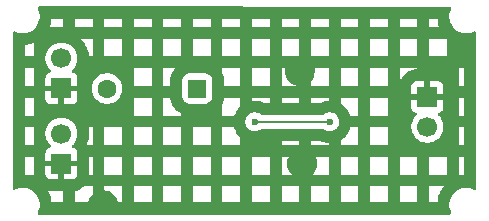
<source format=gbr>
%TF.GenerationSoftware,KiCad,Pcbnew,9.0.2*%
%TF.CreationDate,2025-06-13T22:03:49+05:30*%
%TF.ProjectId,Tiny Solar Supply,54696e79-2053-46f6-9c61-722053757070,rev?*%
%TF.SameCoordinates,Original*%
%TF.FileFunction,Copper,L2,Bot*%
%TF.FilePolarity,Positive*%
%FSLAX46Y46*%
G04 Gerber Fmt 4.6, Leading zero omitted, Abs format (unit mm)*
G04 Created by KiCad (PCBNEW 9.0.2) date 2025-06-13 22:03:49*
%MOMM*%
%LPD*%
G01*
G04 APERTURE LIST*
G04 Aperture macros list*
%AMRoundRect*
0 Rectangle with rounded corners*
0 $1 Rounding radius*
0 $2 $3 $4 $5 $6 $7 $8 $9 X,Y pos of 4 corners*
0 Add a 4 corners polygon primitive as box body*
4,1,4,$2,$3,$4,$5,$6,$7,$8,$9,$2,$3,0*
0 Add four circle primitives for the rounded corners*
1,1,$1+$1,$2,$3*
1,1,$1+$1,$4,$5*
1,1,$1+$1,$6,$7*
1,1,$1+$1,$8,$9*
0 Add four rect primitives between the rounded corners*
20,1,$1+$1,$2,$3,$4,$5,0*
20,1,$1+$1,$4,$5,$6,$7,0*
20,1,$1+$1,$6,$7,$8,$9,0*
20,1,$1+$1,$8,$9,$2,$3,0*%
G04 Aperture macros list end*
%TA.AperFunction,ComponentPad*%
%ADD10R,1.700000X1.700000*%
%TD*%
%TA.AperFunction,ComponentPad*%
%ADD11C,1.700000*%
%TD*%
%TA.AperFunction,ComponentPad*%
%ADD12RoundRect,0.250000X0.550000X0.550000X-0.550000X0.550000X-0.550000X-0.550000X0.550000X-0.550000X0*%
%TD*%
%TA.AperFunction,ComponentPad*%
%ADD13C,1.600000*%
%TD*%
%TA.AperFunction,ViaPad*%
%ADD14C,0.600000*%
%TD*%
%TA.AperFunction,Conductor*%
%ADD15C,0.200000*%
%TD*%
G04 APERTURE END LIST*
D10*
%TO.P,J4,1,Pin_1*%
%TO.N,GNDD*%
X96460000Y-114930000D03*
D11*
%TO.P,J4,2,Pin_2*%
%TO.N,/SOLAR_P*%
X96460000Y-112390000D03*
%TD*%
D10*
%TO.P,J2,1,Pin_1*%
%TO.N,GNDD*%
X96460000Y-121285000D03*
D11*
%TO.P,J2,2,Pin_2*%
%TO.N,/BAT_P*%
X96460000Y-118745000D03*
%TD*%
D10*
%TO.P,J1,1,Pin_1*%
%TO.N,GNDD*%
X127441000Y-115641200D03*
D11*
%TO.P,J1,2,Pin_2*%
%TO.N,/OUT_P*%
X127441000Y-118181200D03*
%TD*%
D12*
%TO.P,J3,1,Pin_1*%
%TO.N,Net-(J3-Pin_1)*%
X107950000Y-114935000D03*
D13*
%TO.P,J3,2,Pin_2*%
%TO.N,/BAT_P*%
X100330000Y-114935000D03*
%TD*%
D14*
%TO.N,GNDD*%
X116840000Y-121285000D03*
X116636800Y-113436400D03*
X99974400Y-124815600D03*
%TO.N,Net-(J3-Pin_1)*%
X112826800Y-117754400D03*
X119176800Y-117754400D03*
%TD*%
D15*
%TO.N,Net-(J3-Pin_1)*%
X119176800Y-117754400D02*
X112826800Y-117754400D01*
%TD*%
%TA.AperFunction,Conductor*%
%TO.N,GNDD*%
G36*
X129355765Y-107992540D02*
G01*
X129422793Y-108012261D01*
X129468519Y-108065090D01*
X129478424Y-108134254D01*
X129466181Y-108172835D01*
X129410297Y-108282512D01*
X129340526Y-108497242D01*
X129340526Y-108497245D01*
X129305206Y-108720249D01*
X129305206Y-108946044D01*
X129340526Y-109169048D01*
X129340526Y-109169051D01*
X129391187Y-109324966D01*
X129410298Y-109383784D01*
X129502846Y-109565417D01*
X129512806Y-109584964D01*
X129645512Y-109767620D01*
X129645516Y-109767625D01*
X129805174Y-109927283D01*
X129805179Y-109927287D01*
X129899805Y-109996036D01*
X129987839Y-110059996D01*
X130189016Y-110162502D01*
X130403752Y-110232274D01*
X130503342Y-110248047D01*
X130626756Y-110267594D01*
X130626760Y-110267594D01*
X130852550Y-110267594D01*
X130939036Y-110253895D01*
X131075554Y-110232274D01*
X131290290Y-110162502D01*
X131399206Y-110107005D01*
X131467873Y-110094109D01*
X131532614Y-110120385D01*
X131572871Y-110177491D01*
X131579500Y-110217490D01*
X131579500Y-123380456D01*
X131559815Y-123447495D01*
X131507011Y-123493250D01*
X131437853Y-123503194D01*
X131399207Y-123490941D01*
X131290290Y-123435445D01*
X131245679Y-123420950D01*
X131075555Y-123365673D01*
X130852550Y-123330353D01*
X130852546Y-123330353D01*
X130626760Y-123330353D01*
X130626756Y-123330353D01*
X130403751Y-123365673D01*
X130403748Y-123365673D01*
X130189018Y-123435444D01*
X129987835Y-123537953D01*
X129805179Y-123670659D01*
X129805174Y-123670663D01*
X129645516Y-123830321D01*
X129645512Y-123830326D01*
X129512806Y-124012982D01*
X129410297Y-124214165D01*
X129340526Y-124428895D01*
X129340526Y-124428898D01*
X129305206Y-124651902D01*
X129305206Y-124877697D01*
X129340526Y-125100701D01*
X129340526Y-125100704D01*
X129410297Y-125315434D01*
X129410298Y-125315437D01*
X129432043Y-125358113D01*
X129466284Y-125425314D01*
X129479180Y-125493983D01*
X129452904Y-125558724D01*
X129395797Y-125598981D01*
X129355799Y-125605609D01*
X94570601Y-125605609D01*
X94503562Y-125585924D01*
X94457807Y-125533120D01*
X94447863Y-125463962D01*
X94460116Y-125425314D01*
X94516102Y-125315437D01*
X94585874Y-125100701D01*
X94612803Y-124930673D01*
X94621194Y-124877697D01*
X94621194Y-124651902D01*
X94597283Y-124500934D01*
X94585874Y-124428899D01*
X94583282Y-124420923D01*
X94555384Y-124335061D01*
X94516102Y-124214163D01*
X94413596Y-124012986D01*
X94388718Y-123978744D01*
X94280887Y-123830326D01*
X94280883Y-123830321D01*
X94121225Y-123670663D01*
X94121220Y-123670659D01*
X94040032Y-123611673D01*
X95329198Y-123611673D01*
X95414222Y-123778539D01*
X95416346Y-123782919D01*
X95428675Y-123809662D01*
X95430626Y-123814122D01*
X95445628Y-123850338D01*
X95447403Y-123854873D01*
X95457601Y-123882515D01*
X95459197Y-123887117D01*
X95541089Y-124139153D01*
X95542503Y-124143815D01*
X95550506Y-124172194D01*
X95551737Y-124176913D01*
X95560885Y-124215031D01*
X95561927Y-124219778D01*
X95567668Y-124248642D01*
X95568523Y-124253434D01*
X95609975Y-124515154D01*
X95610643Y-124519982D01*
X95614106Y-124549250D01*
X95614583Y-124554096D01*
X95614670Y-124555200D01*
X96595810Y-124555200D01*
X96595810Y-123633000D01*
X96509454Y-123633000D01*
X96462000Y-123623561D01*
X96460000Y-123622732D01*
X96458000Y-123623561D01*
X96410546Y-123633000D01*
X95548823Y-123633000D01*
X95545509Y-123632956D01*
X95525461Y-123632420D01*
X95522145Y-123632287D01*
X95495458Y-123630858D01*
X95492144Y-123630636D01*
X95472095Y-123629023D01*
X95468783Y-123628711D01*
X95364931Y-123617545D01*
X95357262Y-123616478D01*
X95329198Y-123611673D01*
X94040032Y-123611673D01*
X94039323Y-123611158D01*
X97593810Y-123611158D01*
X97593810Y-124555200D01*
X98725763Y-124555200D01*
X98730244Y-124526910D01*
X98734786Y-124507990D01*
X98790722Y-124335835D01*
X98798168Y-124317858D01*
X98880347Y-124156574D01*
X98890514Y-124139984D01*
X98996911Y-123993540D01*
X99009548Y-123978744D01*
X99095810Y-123892482D01*
X99095810Y-123544632D01*
X100093810Y-123544632D01*
X100263090Y-123571444D01*
X100282010Y-123575986D01*
X100454165Y-123631922D01*
X100472142Y-123639368D01*
X100633426Y-123721547D01*
X100650016Y-123731714D01*
X100796460Y-123838111D01*
X100811256Y-123850748D01*
X100939252Y-123978744D01*
X100951889Y-123993540D01*
X101058286Y-124139984D01*
X101068453Y-124156574D01*
X101150632Y-124317858D01*
X101158078Y-124335835D01*
X101214014Y-124507990D01*
X101218556Y-124526910D01*
X101223037Y-124555200D01*
X101595810Y-124555200D01*
X102593810Y-124555200D01*
X104095810Y-124555200D01*
X105093810Y-124555200D01*
X106595810Y-124555200D01*
X107593810Y-124555200D01*
X109095810Y-124555200D01*
X110093810Y-124555200D01*
X111595810Y-124555200D01*
X112593810Y-124555200D01*
X114095810Y-124555200D01*
X115093810Y-124555200D01*
X116595810Y-124555200D01*
X117593810Y-124555200D01*
X119095810Y-124555200D01*
X120093810Y-124555200D01*
X121595810Y-124555200D01*
X122593810Y-124555200D01*
X124095810Y-124555200D01*
X125093810Y-124555200D01*
X126595810Y-124555200D01*
X127593810Y-124555200D01*
X128311730Y-124555200D01*
X128311817Y-124554096D01*
X128312294Y-124549250D01*
X128315757Y-124519982D01*
X128316425Y-124515154D01*
X128357877Y-124253434D01*
X128358732Y-124248642D01*
X128364473Y-124219778D01*
X128365515Y-124215031D01*
X128374663Y-124176913D01*
X128375894Y-124172194D01*
X128383897Y-124143815D01*
X128385311Y-124139153D01*
X128467203Y-123887117D01*
X128468799Y-123882515D01*
X128478997Y-123854873D01*
X128480772Y-123850338D01*
X128495774Y-123814122D01*
X128497725Y-123809662D01*
X128510054Y-123782919D01*
X128512178Y-123778539D01*
X128632477Y-123542441D01*
X128634772Y-123538148D01*
X128649162Y-123512452D01*
X128651624Y-123508252D01*
X128672105Y-123474829D01*
X128674731Y-123470726D01*
X128691098Y-123446231D01*
X128693882Y-123442237D01*
X128849648Y-123227842D01*
X128852590Y-123223955D01*
X128854557Y-123221460D01*
X127593810Y-123221460D01*
X127593810Y-124555200D01*
X126595810Y-124555200D01*
X126595810Y-123221460D01*
X125093810Y-123221460D01*
X125093810Y-124555200D01*
X124095810Y-124555200D01*
X124095810Y-123221460D01*
X122593810Y-123221460D01*
X122593810Y-124555200D01*
X121595810Y-124555200D01*
X121595810Y-123221460D01*
X120093810Y-123221460D01*
X120093810Y-124555200D01*
X119095810Y-124555200D01*
X119095810Y-123221460D01*
X117593810Y-123221460D01*
X117593810Y-124555200D01*
X116595810Y-124555200D01*
X116595810Y-123221460D01*
X115093810Y-123221460D01*
X115093810Y-124555200D01*
X114095810Y-124555200D01*
X114095810Y-123221460D01*
X112593810Y-123221460D01*
X112593810Y-124555200D01*
X111595810Y-124555200D01*
X111595810Y-123221460D01*
X110093810Y-123221460D01*
X110093810Y-124555200D01*
X109095810Y-124555200D01*
X109095810Y-123221460D01*
X107593810Y-123221460D01*
X107593810Y-124555200D01*
X106595810Y-124555200D01*
X106595810Y-123221460D01*
X105093810Y-123221460D01*
X105093810Y-124555200D01*
X104095810Y-124555200D01*
X104095810Y-123221460D01*
X102593810Y-123221460D01*
X102593810Y-124555200D01*
X101595810Y-124555200D01*
X101595810Y-123221460D01*
X100093810Y-123221460D01*
X100093810Y-123544632D01*
X99095810Y-123544632D01*
X99095810Y-123221460D01*
X98349303Y-123221460D01*
X98347671Y-123223092D01*
X98341192Y-123229124D01*
X98300707Y-123264204D01*
X98293816Y-123269757D01*
X98121632Y-123398655D01*
X98114362Y-123403703D01*
X98069295Y-123432667D01*
X98061681Y-123437185D01*
X97999091Y-123471362D01*
X97991177Y-123475323D01*
X97942441Y-123497581D01*
X97934261Y-123500970D01*
X97736904Y-123574579D01*
X97729564Y-123577058D01*
X97684695Y-123590668D01*
X97677212Y-123592685D01*
X97616501Y-123607028D01*
X97608916Y-123608572D01*
X97593810Y-123611158D01*
X94039323Y-123611158D01*
X93938564Y-123537953D01*
X93938563Y-123537952D01*
X93938561Y-123537951D01*
X93737384Y-123435445D01*
X93692773Y-123420950D01*
X93522649Y-123365673D01*
X93299644Y-123330353D01*
X93299640Y-123330353D01*
X93073854Y-123330353D01*
X93073850Y-123330353D01*
X92850845Y-123365673D01*
X92850842Y-123365673D01*
X92636112Y-123435444D01*
X92636110Y-123435444D01*
X92636110Y-123435445D01*
X92558816Y-123474829D01*
X92526221Y-123491437D01*
X92457552Y-123504333D01*
X92392811Y-123478057D01*
X92352554Y-123420950D01*
X92345926Y-123380953D01*
X92345925Y-123221460D01*
X92345916Y-122223460D01*
X93376800Y-122223460D01*
X94095810Y-122223460D01*
X94095810Y-120721460D01*
X93376800Y-120721460D01*
X93376800Y-122223460D01*
X92345916Y-122223460D01*
X92345894Y-119723460D01*
X93376800Y-119723460D01*
X94095810Y-119723460D01*
X94095810Y-118638713D01*
X95109500Y-118638713D01*
X95109500Y-118851287D01*
X95142754Y-119061243D01*
X95185364Y-119192383D01*
X95208444Y-119263414D01*
X95304951Y-119452820D01*
X95429890Y-119624786D01*
X95543818Y-119738714D01*
X95577303Y-119800037D01*
X95572319Y-119869729D01*
X95530447Y-119925662D01*
X95499471Y-119942577D01*
X95367912Y-119991646D01*
X95367906Y-119991649D01*
X95252812Y-120077809D01*
X95252809Y-120077812D01*
X95166649Y-120192906D01*
X95166645Y-120192913D01*
X95116403Y-120327620D01*
X95116401Y-120327627D01*
X95110000Y-120387155D01*
X95110000Y-121035000D01*
X96026988Y-121035000D01*
X95994075Y-121092007D01*
X95960000Y-121219174D01*
X95960000Y-121350826D01*
X95994075Y-121477993D01*
X96026988Y-121535000D01*
X95110000Y-121535000D01*
X95110000Y-122182844D01*
X95116401Y-122242372D01*
X95116403Y-122242379D01*
X95166645Y-122377086D01*
X95166649Y-122377093D01*
X95252809Y-122492187D01*
X95252812Y-122492190D01*
X95367906Y-122578350D01*
X95367913Y-122578354D01*
X95502620Y-122628596D01*
X95502627Y-122628598D01*
X95562155Y-122634999D01*
X95562172Y-122635000D01*
X96210000Y-122635000D01*
X96210000Y-121718012D01*
X96267007Y-121750925D01*
X96394174Y-121785000D01*
X96525826Y-121785000D01*
X96652993Y-121750925D01*
X96710000Y-121718012D01*
X96710000Y-122635000D01*
X97357828Y-122635000D01*
X97357844Y-122634999D01*
X97417372Y-122628598D01*
X97417379Y-122628596D01*
X97552086Y-122578354D01*
X97552093Y-122578350D01*
X97667187Y-122492190D01*
X97667190Y-122492187D01*
X97753350Y-122377093D01*
X97753354Y-122377086D01*
X97803596Y-122242379D01*
X97803598Y-122242372D01*
X97809999Y-122182844D01*
X97810000Y-122182827D01*
X97810000Y-121535000D01*
X96893012Y-121535000D01*
X96925925Y-121477993D01*
X96960000Y-121350826D01*
X96960000Y-121285000D01*
X98797732Y-121285000D01*
X98798561Y-121287000D01*
X98808000Y-121334454D01*
X98808000Y-122196177D01*
X98807956Y-122199491D01*
X98807420Y-122219539D01*
X98807287Y-122222855D01*
X98807255Y-122223460D01*
X99095810Y-122223460D01*
X100093810Y-122223460D01*
X101595810Y-122223460D01*
X102593810Y-122223460D01*
X104095810Y-122223460D01*
X105093810Y-122223460D01*
X106595810Y-122223460D01*
X107593810Y-122223460D01*
X109095810Y-122223460D01*
X110093810Y-122223460D01*
X111595810Y-122223460D01*
X112593810Y-122223460D01*
X114095810Y-122223460D01*
X115093810Y-122223460D01*
X115976752Y-122223460D01*
X117703248Y-122223460D01*
X119095810Y-122223460D01*
X120093810Y-122223460D01*
X121595810Y-122223460D01*
X122593810Y-122223460D01*
X124095810Y-122223460D01*
X125093810Y-122223460D01*
X126595810Y-122223460D01*
X127593810Y-122223460D01*
X129095810Y-122223460D01*
X130093810Y-122223460D01*
X130549600Y-122223460D01*
X130549600Y-120721460D01*
X130093810Y-120721460D01*
X130093810Y-122223460D01*
X129095810Y-122223460D01*
X129095810Y-120721460D01*
X127593810Y-120721460D01*
X127593810Y-122223460D01*
X126595810Y-122223460D01*
X126595810Y-120721460D01*
X125093810Y-120721460D01*
X125093810Y-122223460D01*
X124095810Y-122223460D01*
X124095810Y-120721460D01*
X122593810Y-120721460D01*
X122593810Y-122223460D01*
X121595810Y-122223460D01*
X121595810Y-120721460D01*
X120093810Y-120721460D01*
X120093810Y-122223460D01*
X119095810Y-122223460D01*
X119095810Y-120721460D01*
X117982706Y-120721460D01*
X118016232Y-120787258D01*
X118023678Y-120805235D01*
X118079614Y-120977390D01*
X118084156Y-120996310D01*
X118112473Y-121175095D01*
X118114000Y-121194493D01*
X118114000Y-121375507D01*
X118112473Y-121394905D01*
X118084156Y-121573690D01*
X118079614Y-121592610D01*
X118023678Y-121764765D01*
X118016232Y-121782742D01*
X117934053Y-121944026D01*
X117923886Y-121960616D01*
X117817489Y-122107060D01*
X117804852Y-122121856D01*
X117703248Y-122223460D01*
X115976752Y-122223460D01*
X115875148Y-122121856D01*
X115862511Y-122107060D01*
X115756114Y-121960616D01*
X115745947Y-121944026D01*
X115663768Y-121782742D01*
X115656322Y-121764765D01*
X115600386Y-121592610D01*
X115595844Y-121573690D01*
X115567527Y-121394905D01*
X115566000Y-121375507D01*
X115566000Y-121194493D01*
X115567527Y-121175095D01*
X115595844Y-120996310D01*
X115600386Y-120977390D01*
X115656322Y-120805235D01*
X115663768Y-120787258D01*
X115697294Y-120721460D01*
X115093810Y-120721460D01*
X115093810Y-122223460D01*
X114095810Y-122223460D01*
X114095810Y-120721460D01*
X112593810Y-120721460D01*
X112593810Y-122223460D01*
X111595810Y-122223460D01*
X111595810Y-120721460D01*
X110093810Y-120721460D01*
X110093810Y-122223460D01*
X109095810Y-122223460D01*
X109095810Y-120721460D01*
X107593810Y-120721460D01*
X107593810Y-122223460D01*
X106595810Y-122223460D01*
X106595810Y-120721460D01*
X105093810Y-120721460D01*
X105093810Y-122223460D01*
X104095810Y-122223460D01*
X104095810Y-120721460D01*
X102593810Y-120721460D01*
X102593810Y-122223460D01*
X101595810Y-122223460D01*
X101595810Y-120721460D01*
X100093810Y-120721460D01*
X100093810Y-122223460D01*
X99095810Y-122223460D01*
X99095810Y-120721460D01*
X98808000Y-120721460D01*
X98808000Y-121235546D01*
X98798561Y-121283000D01*
X98797732Y-121285000D01*
X96960000Y-121285000D01*
X96960000Y-121219174D01*
X96925925Y-121092007D01*
X96893012Y-121035000D01*
X97810000Y-121035000D01*
X97810000Y-120387172D01*
X97809999Y-120387155D01*
X97803598Y-120327627D01*
X97803596Y-120327620D01*
X97753354Y-120192913D01*
X97753350Y-120192906D01*
X97667190Y-120077812D01*
X97667187Y-120077809D01*
X97552093Y-119991649D01*
X97552088Y-119991646D01*
X97420528Y-119942577D01*
X97364595Y-119900705D01*
X97340178Y-119835241D01*
X97355030Y-119766968D01*
X97376175Y-119738720D01*
X97426767Y-119688128D01*
X98614811Y-119688128D01*
X98634104Y-119723460D01*
X99095810Y-119723460D01*
X100093810Y-119723460D01*
X101595810Y-119723460D01*
X102593810Y-119723460D01*
X104095810Y-119723460D01*
X105093810Y-119723460D01*
X106595810Y-119723460D01*
X107593810Y-119723460D01*
X109095810Y-119723460D01*
X110093810Y-119723460D01*
X111595810Y-119723460D01*
X115093810Y-119723460D01*
X116595810Y-119723460D01*
X117593810Y-119723460D01*
X119095810Y-119723460D01*
X119095810Y-119552900D01*
X119073458Y-119552900D01*
X119067375Y-119552751D01*
X119030603Y-119550945D01*
X119024533Y-119550497D01*
X118975761Y-119545694D01*
X118969720Y-119544949D01*
X118933289Y-119539545D01*
X118927292Y-119538504D01*
X118724565Y-119498179D01*
X118718623Y-119496845D01*
X118682897Y-119487895D01*
X118677033Y-119486272D01*
X118630138Y-119472046D01*
X118624360Y-119470137D01*
X118589699Y-119457735D01*
X118584022Y-119455545D01*
X118393072Y-119376452D01*
X118387508Y-119373986D01*
X118354226Y-119358245D01*
X118348791Y-119355509D01*
X118343910Y-119352900D01*
X117593810Y-119352900D01*
X117593810Y-119723460D01*
X116595810Y-119723460D01*
X116595810Y-119352900D01*
X115093810Y-119352900D01*
X115093810Y-119723460D01*
X111595810Y-119723460D01*
X111595810Y-119304712D01*
X120093810Y-119304712D01*
X120093810Y-119723460D01*
X121595810Y-119723460D01*
X122593810Y-119723460D01*
X124095810Y-119723460D01*
X130093810Y-119723460D01*
X130549600Y-119723460D01*
X130549600Y-118221460D01*
X130093810Y-118221460D01*
X130093810Y-119723460D01*
X124095810Y-119723460D01*
X124095810Y-118221460D01*
X122593810Y-118221460D01*
X122593810Y-119723460D01*
X121595810Y-119723460D01*
X121595810Y-118221460D01*
X120917020Y-118221460D01*
X120910295Y-118248303D01*
X120908672Y-118254167D01*
X120894446Y-118301062D01*
X120892537Y-118306840D01*
X120880135Y-118341501D01*
X120877945Y-118347178D01*
X120798852Y-118538128D01*
X120796386Y-118543692D01*
X120780645Y-118576974D01*
X120777909Y-118582409D01*
X120754808Y-118625630D01*
X120751809Y-118630925D01*
X120732874Y-118662518D01*
X120729616Y-118667663D01*
X120614783Y-118839522D01*
X120611278Y-118844498D01*
X120589345Y-118874071D01*
X120585601Y-118878869D01*
X120554512Y-118916751D01*
X120550538Y-118921358D01*
X120525807Y-118948645D01*
X120521609Y-118953054D01*
X120375454Y-119099209D01*
X120371045Y-119103407D01*
X120343758Y-119128138D01*
X120339151Y-119132112D01*
X120301269Y-119163201D01*
X120296471Y-119166945D01*
X120266898Y-119188878D01*
X120261922Y-119192383D01*
X120093810Y-119304712D01*
X111595810Y-119304712D01*
X111595810Y-119066873D01*
X111481991Y-118953054D01*
X111477793Y-118948645D01*
X111453062Y-118921358D01*
X111449088Y-118916751D01*
X111417999Y-118878869D01*
X111414255Y-118874071D01*
X111392322Y-118844498D01*
X111388817Y-118839522D01*
X111273984Y-118667663D01*
X111270726Y-118662518D01*
X111251791Y-118630925D01*
X111248792Y-118625630D01*
X111225691Y-118582409D01*
X111222955Y-118576974D01*
X111207214Y-118543692D01*
X111204748Y-118538128D01*
X111125655Y-118347178D01*
X111123465Y-118341501D01*
X111111063Y-118306840D01*
X111109154Y-118301062D01*
X111094928Y-118254167D01*
X111093305Y-118248303D01*
X111086580Y-118221460D01*
X110093810Y-118221460D01*
X110093810Y-119723460D01*
X109095810Y-119723460D01*
X109095810Y-118221460D01*
X107593810Y-118221460D01*
X107593810Y-119723460D01*
X106595810Y-119723460D01*
X106595810Y-118221460D01*
X105093810Y-118221460D01*
X105093810Y-119723460D01*
X104095810Y-119723460D01*
X104095810Y-118221460D01*
X102593810Y-118221460D01*
X102593810Y-119723460D01*
X101595810Y-119723460D01*
X101595810Y-118221460D01*
X100093810Y-118221460D01*
X100093810Y-119723460D01*
X99095810Y-119723460D01*
X99095810Y-118221460D01*
X98753662Y-118221460D01*
X98759036Y-118248477D01*
X98759892Y-118253272D01*
X98799277Y-118501941D01*
X98799944Y-118506764D01*
X98803404Y-118535997D01*
X98803881Y-118540835D01*
X98806959Y-118579914D01*
X98807246Y-118584779D01*
X98808404Y-118614231D01*
X98808500Y-118619103D01*
X98808500Y-118870897D01*
X98808404Y-118875769D01*
X98807246Y-118905221D01*
X98806959Y-118910086D01*
X98803881Y-118949165D01*
X98803404Y-118954003D01*
X98799944Y-118983236D01*
X98799277Y-118988059D01*
X98759892Y-119236728D01*
X98759036Y-119241523D01*
X98753287Y-119270423D01*
X98752242Y-119275183D01*
X98743089Y-119313300D01*
X98741862Y-119318005D01*
X98733869Y-119346347D01*
X98732455Y-119351007D01*
X98654658Y-119590440D01*
X98653064Y-119595037D01*
X98642879Y-119622647D01*
X98641107Y-119627175D01*
X98626109Y-119663392D01*
X98624154Y-119667861D01*
X98614811Y-119688128D01*
X97426767Y-119688128D01*
X97490104Y-119624792D01*
X97491663Y-119622647D01*
X97615048Y-119452820D01*
X97615047Y-119452820D01*
X97615051Y-119452816D01*
X97711557Y-119263412D01*
X97777246Y-119061243D01*
X97810500Y-118851287D01*
X97810500Y-118638713D01*
X97777246Y-118428757D01*
X97711557Y-118226588D01*
X97615051Y-118037184D01*
X97615049Y-118037181D01*
X97615048Y-118037179D01*
X97490109Y-117865213D01*
X97339786Y-117714890D01*
X97285643Y-117675553D01*
X112026300Y-117675553D01*
X112026300Y-117833246D01*
X112057061Y-117987889D01*
X112057064Y-117987901D01*
X112117402Y-118133572D01*
X112117409Y-118133585D01*
X112205010Y-118264688D01*
X112205013Y-118264692D01*
X112316507Y-118376186D01*
X112316511Y-118376189D01*
X112447614Y-118463790D01*
X112447627Y-118463797D01*
X112593298Y-118524135D01*
X112593303Y-118524137D01*
X112747953Y-118554899D01*
X112747956Y-118554900D01*
X112747958Y-118554900D01*
X112905644Y-118554900D01*
X112905645Y-118554899D01*
X113060297Y-118524137D01*
X113205979Y-118463794D01*
X113258416Y-118428757D01*
X113337675Y-118375798D01*
X113404353Y-118354920D01*
X113406566Y-118354900D01*
X118597034Y-118354900D01*
X118664073Y-118374585D01*
X118665925Y-118375798D01*
X118797614Y-118463790D01*
X118797627Y-118463797D01*
X118943298Y-118524135D01*
X118943303Y-118524137D01*
X119097953Y-118554899D01*
X119097956Y-118554900D01*
X119097958Y-118554900D01*
X119255644Y-118554900D01*
X119255645Y-118554899D01*
X119410297Y-118524137D01*
X119555979Y-118463794D01*
X119687089Y-118376189D01*
X119798589Y-118264689D01*
X119886194Y-118133579D01*
X119910494Y-118074913D01*
X126090500Y-118074913D01*
X126090500Y-118287486D01*
X126112875Y-118428760D01*
X126123754Y-118497443D01*
X126177390Y-118662518D01*
X126189444Y-118699614D01*
X126285951Y-118889020D01*
X126410890Y-119060986D01*
X126561213Y-119211309D01*
X126733179Y-119336248D01*
X126733181Y-119336249D01*
X126733184Y-119336251D01*
X126922588Y-119432757D01*
X127124757Y-119498446D01*
X127334713Y-119531700D01*
X127334714Y-119531700D01*
X127547286Y-119531700D01*
X127547287Y-119531700D01*
X127757243Y-119498446D01*
X127959412Y-119432757D01*
X128148816Y-119336251D01*
X128192226Y-119304712D01*
X128320786Y-119211309D01*
X128320788Y-119211306D01*
X128320792Y-119211304D01*
X128471104Y-119060992D01*
X128471106Y-119060988D01*
X128471109Y-119060986D01*
X128596048Y-118889020D01*
X128596047Y-118889020D01*
X128596051Y-118889016D01*
X128692557Y-118699612D01*
X128758246Y-118497443D01*
X128791500Y-118287487D01*
X128791500Y-118074913D01*
X128758246Y-117864957D01*
X128692557Y-117662788D01*
X128596051Y-117473384D01*
X128596049Y-117473381D01*
X128596048Y-117473379D01*
X128471109Y-117301413D01*
X128393156Y-117223460D01*
X130093810Y-117223460D01*
X130549600Y-117223460D01*
X130549600Y-115721460D01*
X130093810Y-115721460D01*
X130093810Y-117223460D01*
X128393156Y-117223460D01*
X128357181Y-117187485D01*
X128323696Y-117126162D01*
X128328680Y-117056470D01*
X128370552Y-117000537D01*
X128401529Y-116983622D01*
X128533086Y-116934554D01*
X128533093Y-116934550D01*
X128648187Y-116848390D01*
X128648190Y-116848387D01*
X128734350Y-116733293D01*
X128734354Y-116733286D01*
X128784596Y-116598579D01*
X128784598Y-116598572D01*
X128790999Y-116539044D01*
X128791000Y-116539027D01*
X128791000Y-115891200D01*
X127874012Y-115891200D01*
X127906925Y-115834193D01*
X127941000Y-115707026D01*
X127941000Y-115575374D01*
X127906925Y-115448207D01*
X127874012Y-115391200D01*
X128791000Y-115391200D01*
X128791000Y-114743372D01*
X128790999Y-114743355D01*
X128788860Y-114723460D01*
X130093810Y-114723460D01*
X130549600Y-114723460D01*
X130549600Y-113221460D01*
X130093810Y-113221460D01*
X130093810Y-114723460D01*
X128788860Y-114723460D01*
X128784598Y-114683827D01*
X128784596Y-114683820D01*
X128734354Y-114549113D01*
X128734350Y-114549106D01*
X128648190Y-114434012D01*
X128648187Y-114434009D01*
X128533093Y-114347849D01*
X128533086Y-114347845D01*
X128398379Y-114297603D01*
X128398372Y-114297601D01*
X128338844Y-114291200D01*
X127691000Y-114291200D01*
X127691000Y-115208188D01*
X127633993Y-115175275D01*
X127506826Y-115141200D01*
X127375174Y-115141200D01*
X127248007Y-115175275D01*
X127191000Y-115208188D01*
X127191000Y-114291200D01*
X126543155Y-114291200D01*
X126483627Y-114297601D01*
X126483620Y-114297603D01*
X126348913Y-114347845D01*
X126348906Y-114347849D01*
X126233812Y-114434009D01*
X126233809Y-114434012D01*
X126147649Y-114549106D01*
X126147645Y-114549113D01*
X126097403Y-114683820D01*
X126097401Y-114683827D01*
X126091000Y-114743355D01*
X126091000Y-115391200D01*
X127007988Y-115391200D01*
X126975075Y-115448207D01*
X126941000Y-115575374D01*
X126941000Y-115707026D01*
X126975075Y-115834193D01*
X127007988Y-115891200D01*
X126091000Y-115891200D01*
X126091000Y-116539044D01*
X126097401Y-116598572D01*
X126097403Y-116598579D01*
X126147645Y-116733286D01*
X126147649Y-116733293D01*
X126233809Y-116848387D01*
X126233812Y-116848390D01*
X126348906Y-116934550D01*
X126348913Y-116934554D01*
X126480470Y-116983622D01*
X126536404Y-117025493D01*
X126560821Y-117090958D01*
X126545969Y-117159231D01*
X126524819Y-117187485D01*
X126410889Y-117301415D01*
X126285951Y-117473379D01*
X126189444Y-117662785D01*
X126123753Y-117864960D01*
X126090500Y-118074913D01*
X119910494Y-118074913D01*
X119946537Y-117987897D01*
X119977300Y-117833242D01*
X119977300Y-117675558D01*
X119977300Y-117675555D01*
X119977299Y-117675553D01*
X119974759Y-117662785D01*
X119946537Y-117520903D01*
X119907954Y-117427754D01*
X119886197Y-117375227D01*
X119886190Y-117375214D01*
X119798589Y-117244111D01*
X119798586Y-117244107D01*
X119687092Y-117132613D01*
X119687088Y-117132610D01*
X119555985Y-117045009D01*
X119555972Y-117045002D01*
X119410301Y-116984664D01*
X119410289Y-116984661D01*
X119255645Y-116953900D01*
X119255642Y-116953900D01*
X119097958Y-116953900D01*
X119097955Y-116953900D01*
X118943310Y-116984661D01*
X118943298Y-116984664D01*
X118797627Y-117045002D01*
X118797614Y-117045009D01*
X118665925Y-117133002D01*
X118599247Y-117153880D01*
X118597034Y-117153900D01*
X113406566Y-117153900D01*
X113339527Y-117134215D01*
X113337675Y-117133002D01*
X113205985Y-117045009D01*
X113205972Y-117045002D01*
X113060301Y-116984664D01*
X113060289Y-116984661D01*
X112905645Y-116953900D01*
X112905642Y-116953900D01*
X112747958Y-116953900D01*
X112747955Y-116953900D01*
X112593310Y-116984661D01*
X112593298Y-116984664D01*
X112447627Y-117045002D01*
X112447614Y-117045009D01*
X112316511Y-117132610D01*
X112316507Y-117132613D01*
X112205013Y-117244107D01*
X112205010Y-117244111D01*
X112117409Y-117375214D01*
X112117402Y-117375227D01*
X112057064Y-117520898D01*
X112057061Y-117520910D01*
X112026300Y-117675553D01*
X97285643Y-117675553D01*
X97167820Y-117589951D01*
X96978414Y-117493444D01*
X96978413Y-117493443D01*
X96978412Y-117493443D01*
X96776243Y-117427754D01*
X96776241Y-117427753D01*
X96776240Y-117427753D01*
X96614957Y-117402208D01*
X96566287Y-117394500D01*
X96353713Y-117394500D01*
X96305042Y-117402208D01*
X96143760Y-117427753D01*
X95941585Y-117493444D01*
X95752179Y-117589951D01*
X95580213Y-117714890D01*
X95429890Y-117865213D01*
X95304951Y-118037179D01*
X95208444Y-118226585D01*
X95142753Y-118428760D01*
X95109500Y-118638713D01*
X94095810Y-118638713D01*
X94095810Y-118221460D01*
X93376800Y-118221460D01*
X93376800Y-119723460D01*
X92345894Y-119723460D01*
X92345872Y-117223460D01*
X93376800Y-117223460D01*
X94095810Y-117223460D01*
X102593810Y-117223460D01*
X104095810Y-117223460D01*
X105093810Y-117223460D01*
X106595810Y-117223460D01*
X106595810Y-117042452D01*
X106587715Y-117038088D01*
X106581468Y-117034481D01*
X106382697Y-116911879D01*
X106376667Y-116907913D01*
X106340907Y-116882872D01*
X106335123Y-116878566D01*
X106289556Y-116842536D01*
X106284029Y-116837898D01*
X106251431Y-116808887D01*
X106246187Y-116803939D01*
X106081061Y-116638813D01*
X106076113Y-116633569D01*
X106047102Y-116600971D01*
X106042464Y-116595444D01*
X106006434Y-116549877D01*
X106002128Y-116544093D01*
X105977087Y-116508333D01*
X105973121Y-116502303D01*
X105850519Y-116303532D01*
X105846912Y-116297285D01*
X105826194Y-116258860D01*
X105822956Y-116252413D01*
X105798409Y-116199768D01*
X105795553Y-116193146D01*
X105779444Y-116152596D01*
X105776978Y-116145820D01*
X105704091Y-115925863D01*
X105702139Y-115919386D01*
X105691401Y-115879884D01*
X105689805Y-115873309D01*
X105678407Y-115820055D01*
X105677173Y-115813411D01*
X105670804Y-115773006D01*
X105669934Y-115766299D01*
X105665354Y-115721460D01*
X105093810Y-115721460D01*
X105093810Y-117223460D01*
X104095810Y-117223460D01*
X104095810Y-115721460D01*
X102593810Y-115721460D01*
X102593810Y-117223460D01*
X94095810Y-117223460D01*
X94095810Y-115721460D01*
X93376800Y-115721460D01*
X93376800Y-117223460D01*
X92345872Y-117223460D01*
X92345850Y-114723460D01*
X93376800Y-114723460D01*
X94095810Y-114723460D01*
X94095810Y-113221460D01*
X93376800Y-113221460D01*
X93376800Y-114723460D01*
X92345850Y-114723460D01*
X92345828Y-112283713D01*
X95109500Y-112283713D01*
X95109500Y-112496286D01*
X95142753Y-112706239D01*
X95208444Y-112908414D01*
X95304951Y-113097820D01*
X95429890Y-113269786D01*
X95543818Y-113383714D01*
X95577303Y-113445037D01*
X95572319Y-113514729D01*
X95530447Y-113570662D01*
X95499471Y-113587577D01*
X95367912Y-113636646D01*
X95367906Y-113636649D01*
X95252812Y-113722809D01*
X95252809Y-113722812D01*
X95166649Y-113837906D01*
X95166645Y-113837913D01*
X95116403Y-113972620D01*
X95116401Y-113972627D01*
X95110000Y-114032155D01*
X95110000Y-114680000D01*
X96026988Y-114680000D01*
X95994075Y-114737007D01*
X95960000Y-114864174D01*
X95960000Y-114995826D01*
X95994075Y-115122993D01*
X96026988Y-115180000D01*
X95110000Y-115180000D01*
X95110000Y-115827844D01*
X95116401Y-115887372D01*
X95116403Y-115887379D01*
X95166645Y-116022086D01*
X95166649Y-116022093D01*
X95252809Y-116137187D01*
X95252812Y-116137190D01*
X95367906Y-116223350D01*
X95367913Y-116223354D01*
X95502620Y-116273596D01*
X95502627Y-116273598D01*
X95562155Y-116279999D01*
X95562172Y-116280000D01*
X96210000Y-116280000D01*
X96210000Y-115363012D01*
X96267007Y-115395925D01*
X96394174Y-115430000D01*
X96525826Y-115430000D01*
X96652993Y-115395925D01*
X96710000Y-115363012D01*
X96710000Y-116280000D01*
X97357828Y-116280000D01*
X97357844Y-116279999D01*
X97417372Y-116273598D01*
X97417379Y-116273596D01*
X97552086Y-116223354D01*
X97552093Y-116223350D01*
X97667187Y-116137190D01*
X97667190Y-116137187D01*
X97753350Y-116022093D01*
X97753354Y-116022086D01*
X97803596Y-115887379D01*
X97803598Y-115887372D01*
X97809999Y-115827844D01*
X97810000Y-115827827D01*
X97810000Y-115180000D01*
X96893012Y-115180000D01*
X96925925Y-115122993D01*
X96960000Y-114995826D01*
X96960000Y-114864174D01*
X96951552Y-114832648D01*
X99029500Y-114832648D01*
X99029500Y-115037351D01*
X99061522Y-115239534D01*
X99124781Y-115434223D01*
X99217715Y-115616613D01*
X99338028Y-115782213D01*
X99482786Y-115926971D01*
X99613713Y-116022093D01*
X99648390Y-116047287D01*
X99764607Y-116106503D01*
X99830776Y-116140218D01*
X99830778Y-116140218D01*
X99830781Y-116140220D01*
X99921856Y-116169812D01*
X100025465Y-116203477D01*
X100107398Y-116216454D01*
X100227648Y-116235500D01*
X100227649Y-116235500D01*
X100432351Y-116235500D01*
X100432352Y-116235500D01*
X100634534Y-116203477D01*
X100829219Y-116140220D01*
X101011610Y-116047287D01*
X101134704Y-115957855D01*
X101177213Y-115926971D01*
X101177215Y-115926968D01*
X101177219Y-115926966D01*
X101321966Y-115782219D01*
X101321968Y-115782215D01*
X101321971Y-115782213D01*
X101426892Y-115637799D01*
X101442287Y-115616610D01*
X101535220Y-115434219D01*
X101598477Y-115239534D01*
X101630500Y-115037352D01*
X101630500Y-114832648D01*
X101598477Y-114630466D01*
X101592682Y-114612632D01*
X101567486Y-114535086D01*
X102593810Y-114535086D01*
X102619277Y-114695875D01*
X102619945Y-114700699D01*
X102622639Y-114723460D01*
X104095810Y-114723460D01*
X105093810Y-114723460D01*
X105651500Y-114723460D01*
X105651500Y-114334983D01*
X106649500Y-114334983D01*
X106649500Y-115535001D01*
X106649501Y-115535018D01*
X106660000Y-115637796D01*
X106660001Y-115637799D01*
X106715185Y-115804331D01*
X106715187Y-115804336D01*
X106729687Y-115827844D01*
X106807288Y-115953656D01*
X106931344Y-116077712D01*
X107080666Y-116169814D01*
X107247203Y-116224999D01*
X107349991Y-116235500D01*
X108550008Y-116235499D01*
X108652797Y-116224999D01*
X108678584Y-116216454D01*
X110093810Y-116216454D01*
X110093810Y-117223460D01*
X111104385Y-117223460D01*
X111109154Y-117207738D01*
X111111063Y-117201960D01*
X111123465Y-117167299D01*
X111125655Y-117161622D01*
X111204748Y-116970672D01*
X111207214Y-116965108D01*
X111222955Y-116931826D01*
X111225691Y-116926391D01*
X111248792Y-116883170D01*
X111251791Y-116877875D01*
X111270726Y-116846282D01*
X111273984Y-116841137D01*
X111388817Y-116669278D01*
X111392322Y-116664302D01*
X111414255Y-116634729D01*
X111417999Y-116629931D01*
X111449088Y-116592049D01*
X111453062Y-116587442D01*
X111477793Y-116560155D01*
X111481991Y-116555746D01*
X111595810Y-116441927D01*
X111595810Y-116204087D01*
X120093810Y-116204087D01*
X120261922Y-116316417D01*
X120266898Y-116319922D01*
X120296471Y-116341855D01*
X120301269Y-116345599D01*
X120339151Y-116376688D01*
X120343758Y-116380662D01*
X120371045Y-116405393D01*
X120375454Y-116409591D01*
X120521609Y-116555746D01*
X120525807Y-116560155D01*
X120550538Y-116587442D01*
X120554512Y-116592049D01*
X120585601Y-116629931D01*
X120589345Y-116634729D01*
X120611278Y-116664302D01*
X120614783Y-116669278D01*
X120729616Y-116841137D01*
X120732874Y-116846282D01*
X120751809Y-116877875D01*
X120754808Y-116883170D01*
X120777909Y-116926391D01*
X120780645Y-116931826D01*
X120796386Y-116965108D01*
X120798852Y-116970672D01*
X120877945Y-117161622D01*
X120880135Y-117167299D01*
X120892537Y-117201960D01*
X120894446Y-117207738D01*
X120899215Y-117223460D01*
X121595810Y-117223460D01*
X122593810Y-117223460D01*
X124095810Y-117223460D01*
X124095810Y-115721460D01*
X122593810Y-115721460D01*
X122593810Y-117223460D01*
X121595810Y-117223460D01*
X121595810Y-115721460D01*
X120093810Y-115721460D01*
X120093810Y-116204087D01*
X111595810Y-116204087D01*
X111595810Y-115967694D01*
X112593810Y-115967694D01*
X112619720Y-115963851D01*
X112625761Y-115963106D01*
X112674533Y-115958303D01*
X112680603Y-115957855D01*
X112717375Y-115956049D01*
X112723458Y-115955900D01*
X112930142Y-115955900D01*
X112936225Y-115956049D01*
X112972997Y-115957855D01*
X112979067Y-115958303D01*
X113027839Y-115963106D01*
X113033880Y-115963851D01*
X113070311Y-115969255D01*
X113076308Y-115970296D01*
X113279035Y-116010621D01*
X113284977Y-116011955D01*
X113320703Y-116020905D01*
X113326567Y-116022528D01*
X113373462Y-116036754D01*
X113379240Y-116038663D01*
X113413901Y-116051065D01*
X113419578Y-116053255D01*
X113610528Y-116132348D01*
X113616092Y-116134814D01*
X113649374Y-116150555D01*
X113654809Y-116153291D01*
X113659690Y-116155900D01*
X114095810Y-116155900D01*
X115093810Y-116155900D01*
X116595810Y-116155900D01*
X117593810Y-116155900D01*
X118343910Y-116155900D01*
X118348791Y-116153291D01*
X118354226Y-116150555D01*
X118387508Y-116134814D01*
X118393072Y-116132348D01*
X118584022Y-116053255D01*
X118589699Y-116051065D01*
X118624360Y-116038663D01*
X118630138Y-116036754D01*
X118677033Y-116022528D01*
X118682897Y-116020905D01*
X118718623Y-116011955D01*
X118724565Y-116010621D01*
X118927292Y-115970296D01*
X118933289Y-115969255D01*
X118969720Y-115963851D01*
X118975761Y-115963106D01*
X119024533Y-115958303D01*
X119030603Y-115957855D01*
X119067375Y-115956049D01*
X119073458Y-115955900D01*
X119095810Y-115955900D01*
X119095810Y-115721460D01*
X117593810Y-115721460D01*
X117593810Y-116155900D01*
X116595810Y-116155900D01*
X116595810Y-115721460D01*
X115093810Y-115721460D01*
X115093810Y-116155900D01*
X114095810Y-116155900D01*
X114095810Y-115721460D01*
X112593810Y-115721460D01*
X112593810Y-115967694D01*
X111595810Y-115967694D01*
X111595810Y-115721460D01*
X110234647Y-115721460D01*
X110230064Y-115766319D01*
X110229193Y-115773028D01*
X110222819Y-115813457D01*
X110221584Y-115820108D01*
X110210182Y-115873359D01*
X110208587Y-115879926D01*
X110197856Y-115919400D01*
X110195905Y-115925875D01*
X110123023Y-116145818D01*
X110120556Y-116152596D01*
X110104446Y-116193147D01*
X110101591Y-116199767D01*
X110093810Y-116216454D01*
X108678584Y-116216454D01*
X108819334Y-116169814D01*
X108968656Y-116077712D01*
X109092712Y-115953656D01*
X109184814Y-115804334D01*
X109239999Y-115637797D01*
X109250500Y-115535009D01*
X109250499Y-114334992D01*
X109246679Y-114297601D01*
X109239999Y-114232203D01*
X109239998Y-114232200D01*
X109184814Y-114065666D01*
X109092712Y-113916344D01*
X108968656Y-113792288D01*
X108830780Y-113707246D01*
X108819336Y-113700187D01*
X108819331Y-113700185D01*
X108809949Y-113697076D01*
X108678578Y-113653544D01*
X110093810Y-113653544D01*
X110101591Y-113670232D01*
X110104447Y-113676854D01*
X110120556Y-113717404D01*
X110123022Y-113724180D01*
X110195909Y-113944137D01*
X110197861Y-113950614D01*
X110208599Y-113990116D01*
X110210195Y-113996691D01*
X110221593Y-114049945D01*
X110222827Y-114056589D01*
X110229196Y-114096994D01*
X110230066Y-114103701D01*
X110244624Y-114246213D01*
X110244905Y-114249361D01*
X110246361Y-114268405D01*
X110246562Y-114271551D01*
X110247854Y-114296920D01*
X110247974Y-114300074D01*
X110248459Y-114319144D01*
X110248499Y-114322297D01*
X110248499Y-114723460D01*
X111595810Y-114723460D01*
X112593810Y-114723460D01*
X114095810Y-114723460D01*
X115093810Y-114723460D01*
X116595810Y-114723460D01*
X116595810Y-114710400D01*
X116546293Y-114710400D01*
X116526895Y-114708873D01*
X116348110Y-114680556D01*
X116329190Y-114676014D01*
X116157035Y-114620078D01*
X116139058Y-114612632D01*
X115977774Y-114530453D01*
X115961184Y-114520286D01*
X115814740Y-114413889D01*
X115799944Y-114401252D01*
X115679790Y-114281098D01*
X117593810Y-114281098D01*
X117593810Y-114723460D01*
X119095810Y-114723460D01*
X120093810Y-114723460D01*
X121595810Y-114723460D01*
X122593810Y-114723460D01*
X124095810Y-114723460D01*
X124095810Y-114701533D01*
X125093810Y-114701533D01*
X125095142Y-114676658D01*
X125095364Y-114673344D01*
X125096977Y-114653295D01*
X125097289Y-114649983D01*
X125108455Y-114546131D01*
X125109522Y-114538462D01*
X125117428Y-114492284D01*
X125118972Y-114484699D01*
X125133315Y-114423988D01*
X125135332Y-114416505D01*
X125148942Y-114371636D01*
X125151421Y-114364296D01*
X125225030Y-114166939D01*
X125228419Y-114158759D01*
X125250677Y-114110023D01*
X125254638Y-114102109D01*
X125288815Y-114039519D01*
X125293333Y-114031905D01*
X125322297Y-113986838D01*
X125327345Y-113979568D01*
X125456243Y-113807384D01*
X125461796Y-113800493D01*
X125496876Y-113760008D01*
X125502908Y-113753529D01*
X125553329Y-113703108D01*
X125559808Y-113697076D01*
X125600293Y-113661996D01*
X125607184Y-113656443D01*
X125779368Y-113527545D01*
X125786638Y-113522497D01*
X125831705Y-113493533D01*
X125839319Y-113489015D01*
X125901909Y-113454838D01*
X125909823Y-113450877D01*
X125958559Y-113428619D01*
X125966739Y-113425230D01*
X126164096Y-113351621D01*
X126171436Y-113349142D01*
X126216305Y-113335532D01*
X126223788Y-113333515D01*
X126284499Y-113319172D01*
X126292084Y-113317628D01*
X126338262Y-113309722D01*
X126345931Y-113308655D01*
X126449783Y-113297489D01*
X126453095Y-113297177D01*
X126473144Y-113295564D01*
X126476458Y-113295342D01*
X126503145Y-113293913D01*
X126506461Y-113293780D01*
X126526509Y-113293244D01*
X126529823Y-113293200D01*
X126595810Y-113293200D01*
X126595810Y-113221460D01*
X125093810Y-113221460D01*
X125093810Y-114701533D01*
X124095810Y-114701533D01*
X124095810Y-113221460D01*
X122593810Y-113221460D01*
X122593810Y-114723460D01*
X121595810Y-114723460D01*
X121595810Y-113221460D01*
X120093810Y-113221460D01*
X120093810Y-114723460D01*
X119095810Y-114723460D01*
X119095810Y-113221460D01*
X117892637Y-113221460D01*
X117909273Y-113326495D01*
X117910800Y-113345893D01*
X117910800Y-113526907D01*
X117909273Y-113546305D01*
X117880956Y-113725090D01*
X117876414Y-113744010D01*
X117820478Y-113916165D01*
X117813032Y-113934142D01*
X117730853Y-114095426D01*
X117720686Y-114112016D01*
X117614289Y-114258460D01*
X117601652Y-114273256D01*
X117593810Y-114281098D01*
X115679790Y-114281098D01*
X115671948Y-114273256D01*
X115659311Y-114258460D01*
X115552914Y-114112016D01*
X115542747Y-114095426D01*
X115460568Y-113934142D01*
X115453122Y-113916165D01*
X115397186Y-113744010D01*
X115392644Y-113725090D01*
X115364327Y-113546305D01*
X115362800Y-113526907D01*
X115362800Y-113345893D01*
X115364327Y-113326495D01*
X115380963Y-113221460D01*
X115093810Y-113221460D01*
X115093810Y-114723460D01*
X114095810Y-114723460D01*
X114095810Y-113221460D01*
X112593810Y-113221460D01*
X112593810Y-114723460D01*
X111595810Y-114723460D01*
X111595810Y-113221460D01*
X110093810Y-113221460D01*
X110093810Y-113653544D01*
X108678578Y-113653544D01*
X108652797Y-113645001D01*
X108652795Y-113645000D01*
X108550010Y-113634500D01*
X107349998Y-113634500D01*
X107349981Y-113634501D01*
X107247203Y-113645000D01*
X107247200Y-113645001D01*
X107080668Y-113700185D01*
X107080663Y-113700187D01*
X106931342Y-113792289D01*
X106807289Y-113916342D01*
X106715187Y-114065663D01*
X106715185Y-114065668D01*
X106699827Y-114112016D01*
X106660001Y-114232203D01*
X106660001Y-114232204D01*
X106660000Y-114232204D01*
X106649500Y-114334983D01*
X105651500Y-114334983D01*
X105651500Y-114322296D01*
X105651540Y-114319143D01*
X105652025Y-114300073D01*
X105652145Y-114296920D01*
X105653437Y-114271549D01*
X105653638Y-114268398D01*
X105655095Y-114249349D01*
X105655376Y-114246204D01*
X105669936Y-114103681D01*
X105670807Y-114096972D01*
X105677181Y-114056543D01*
X105678416Y-114049892D01*
X105689818Y-113996641D01*
X105691413Y-113990074D01*
X105702144Y-113950600D01*
X105704095Y-113944125D01*
X105776977Y-113724182D01*
X105779444Y-113717404D01*
X105795554Y-113676853D01*
X105798409Y-113670234D01*
X105822956Y-113617588D01*
X105826194Y-113611140D01*
X105846912Y-113572715D01*
X105850519Y-113566468D01*
X105973121Y-113367697D01*
X105977087Y-113361667D01*
X106002128Y-113325907D01*
X106006434Y-113320123D01*
X106042464Y-113274556D01*
X106047102Y-113269029D01*
X106076113Y-113236431D01*
X106081061Y-113231187D01*
X106090788Y-113221460D01*
X105093810Y-113221460D01*
X105093810Y-114723460D01*
X104095810Y-114723460D01*
X104095810Y-113221460D01*
X102593810Y-113221460D01*
X102593810Y-114535086D01*
X101567486Y-114535086D01*
X101535218Y-114435776D01*
X101501503Y-114369607D01*
X101442287Y-114253390D01*
X101426892Y-114232200D01*
X101321971Y-114087786D01*
X101177213Y-113943028D01*
X101011613Y-113822715D01*
X101011612Y-113822714D01*
X101011610Y-113822713D01*
X100951898Y-113792288D01*
X100829223Y-113729781D01*
X100634534Y-113666522D01*
X100445901Y-113636646D01*
X100432352Y-113634500D01*
X100227648Y-113634500D01*
X100214099Y-113636646D01*
X100025465Y-113666522D01*
X99830776Y-113729781D01*
X99648386Y-113822715D01*
X99482786Y-113943028D01*
X99338028Y-114087786D01*
X99217715Y-114253386D01*
X99124781Y-114435776D01*
X99061522Y-114630465D01*
X99029500Y-114832648D01*
X96951552Y-114832648D01*
X96925925Y-114737007D01*
X96893012Y-114680000D01*
X97810000Y-114680000D01*
X97810000Y-114032172D01*
X97809999Y-114032155D01*
X97803598Y-113972627D01*
X97803596Y-113972620D01*
X97753354Y-113837913D01*
X97753350Y-113837906D01*
X97667190Y-113722812D01*
X97667187Y-113722809D01*
X97552093Y-113636649D01*
X97552088Y-113636646D01*
X97420528Y-113587577D01*
X97364595Y-113545705D01*
X97340178Y-113480241D01*
X97355030Y-113411968D01*
X97376175Y-113383720D01*
X97490104Y-113269792D01*
X97490659Y-113269029D01*
X97615048Y-113097820D01*
X97615047Y-113097820D01*
X97615051Y-113097816D01*
X97711557Y-112908412D01*
X97777246Y-112706243D01*
X97810500Y-112496287D01*
X97810500Y-112283713D01*
X97777246Y-112073757D01*
X97711557Y-111871588D01*
X97615051Y-111682184D01*
X97615049Y-111682181D01*
X97615048Y-111682179D01*
X97490109Y-111510213D01*
X97339786Y-111359890D01*
X97167820Y-111234951D01*
X96978414Y-111138444D01*
X96978413Y-111138443D01*
X96978412Y-111138443D01*
X96776243Y-111072754D01*
X96776241Y-111072753D01*
X96776240Y-111072753D01*
X96614957Y-111047208D01*
X96566287Y-111039500D01*
X96353713Y-111039500D01*
X96305042Y-111047208D01*
X96143760Y-111072753D01*
X95941585Y-111138444D01*
X95752179Y-111234951D01*
X95580213Y-111359890D01*
X95429890Y-111510213D01*
X95304951Y-111682179D01*
X95208444Y-111871585D01*
X95142753Y-112073760D01*
X95109500Y-112283713D01*
X92345828Y-112283713D01*
X92345819Y-111243060D01*
X93376800Y-111243060D01*
X93376800Y-112223460D01*
X94095810Y-112223460D01*
X94095810Y-111074574D01*
X94069032Y-111084454D01*
X94064430Y-111086050D01*
X93812394Y-111167942D01*
X93807732Y-111169356D01*
X93779353Y-111177359D01*
X93774634Y-111178590D01*
X93736516Y-111187738D01*
X93731769Y-111188780D01*
X93702905Y-111194521D01*
X93698113Y-111195376D01*
X93436393Y-111236828D01*
X93431565Y-111237496D01*
X93402297Y-111240959D01*
X93397451Y-111241436D01*
X93376800Y-111243060D01*
X92345819Y-111243060D01*
X92345815Y-110721460D01*
X98112740Y-110721460D01*
X98209644Y-110818364D01*
X98213014Y-110821868D01*
X98232988Y-110843473D01*
X98236222Y-110847112D01*
X98261683Y-110876919D01*
X98264773Y-110880684D01*
X98283032Y-110903843D01*
X98285975Y-110907731D01*
X98433974Y-111111435D01*
X98436760Y-111115432D01*
X98453126Y-111139927D01*
X98455750Y-111144027D01*
X98476231Y-111177450D01*
X98478693Y-111181650D01*
X98493083Y-111207346D01*
X98495378Y-111211639D01*
X98609686Y-111435981D01*
X98611811Y-111440364D01*
X98624154Y-111467139D01*
X98626109Y-111471608D01*
X98641107Y-111507825D01*
X98642879Y-111512353D01*
X98653064Y-111539963D01*
X98654658Y-111544560D01*
X98732455Y-111783993D01*
X98733869Y-111788653D01*
X98741862Y-111816995D01*
X98743089Y-111821700D01*
X98752242Y-111859817D01*
X98753287Y-111864577D01*
X98759036Y-111893477D01*
X98759892Y-111898272D01*
X98799277Y-112146941D01*
X98799944Y-112151764D01*
X98803404Y-112180997D01*
X98803881Y-112185835D01*
X98806844Y-112223460D01*
X99095810Y-112223460D01*
X100093810Y-112223460D01*
X101595810Y-112223460D01*
X102593810Y-112223460D01*
X104095810Y-112223460D01*
X105093810Y-112223460D01*
X106595810Y-112223460D01*
X107593810Y-112223460D01*
X109095810Y-112223460D01*
X110093810Y-112223460D01*
X111595810Y-112223460D01*
X112593810Y-112223460D01*
X114095810Y-112223460D01*
X115093810Y-112223460D01*
X116247095Y-112223460D01*
X117593810Y-112223460D01*
X119095810Y-112223460D01*
X120093810Y-112223460D01*
X121595810Y-112223460D01*
X122593810Y-112223460D01*
X124095810Y-112223460D01*
X125093810Y-112223460D01*
X126595810Y-112223460D01*
X127593810Y-112223460D01*
X129095810Y-112223460D01*
X129095810Y-110721460D01*
X127593810Y-110721460D01*
X127593810Y-112223460D01*
X126595810Y-112223460D01*
X126595810Y-110721460D01*
X125093810Y-110721460D01*
X125093810Y-112223460D01*
X124095810Y-112223460D01*
X124095810Y-110721460D01*
X122593810Y-110721460D01*
X122593810Y-112223460D01*
X121595810Y-112223460D01*
X121595810Y-110721460D01*
X120093810Y-110721460D01*
X120093810Y-112223460D01*
X119095810Y-112223460D01*
X119095810Y-110721460D01*
X117593810Y-110721460D01*
X117593810Y-112223460D01*
X116247095Y-112223460D01*
X116329190Y-112196786D01*
X116348110Y-112192244D01*
X116526895Y-112163927D01*
X116546293Y-112162400D01*
X116595810Y-112162400D01*
X116595810Y-110721460D01*
X115093810Y-110721460D01*
X115093810Y-112223460D01*
X114095810Y-112223460D01*
X114095810Y-110721460D01*
X112593810Y-110721460D01*
X112593810Y-112223460D01*
X111595810Y-112223460D01*
X111595810Y-110721460D01*
X110093810Y-110721460D01*
X110093810Y-112223460D01*
X109095810Y-112223460D01*
X109095810Y-110721460D01*
X107593810Y-110721460D01*
X107593810Y-112223460D01*
X106595810Y-112223460D01*
X106595810Y-110721460D01*
X105093810Y-110721460D01*
X105093810Y-112223460D01*
X104095810Y-112223460D01*
X104095810Y-110721460D01*
X102593810Y-110721460D01*
X102593810Y-112223460D01*
X101595810Y-112223460D01*
X101595810Y-110721460D01*
X100093810Y-110721460D01*
X100093810Y-112223460D01*
X99095810Y-112223460D01*
X99095810Y-110721460D01*
X98112740Y-110721460D01*
X92345815Y-110721460D01*
X92345810Y-110197386D01*
X92365494Y-110130350D01*
X92418298Y-110084595D01*
X92487456Y-110074651D01*
X92526105Y-110086904D01*
X92636110Y-110142955D01*
X92850846Y-110212727D01*
X92966557Y-110231053D01*
X93073850Y-110248047D01*
X93073854Y-110248047D01*
X93299644Y-110248047D01*
X93386130Y-110234348D01*
X93522648Y-110212727D01*
X93737384Y-110142955D01*
X93938561Y-110040449D01*
X94121227Y-109907735D01*
X94280882Y-109748080D01*
X94298769Y-109723460D01*
X95447428Y-109723460D01*
X96595810Y-109723460D01*
X97593810Y-109723460D01*
X99095810Y-109723460D01*
X100093810Y-109723460D01*
X101595810Y-109723460D01*
X102593810Y-109723460D01*
X104095810Y-109723460D01*
X105093810Y-109723460D01*
X106595810Y-109723460D01*
X107593810Y-109723460D01*
X109095810Y-109723460D01*
X110093810Y-109723460D01*
X111595810Y-109723460D01*
X112593810Y-109723460D01*
X114095810Y-109723460D01*
X115093810Y-109723460D01*
X116595810Y-109723460D01*
X117593810Y-109723460D01*
X119095810Y-109723460D01*
X120093810Y-109723460D01*
X121595810Y-109723460D01*
X122593810Y-109723460D01*
X124095810Y-109723460D01*
X125093810Y-109723460D01*
X126595810Y-109723460D01*
X127593810Y-109723460D01*
X128471761Y-109723460D01*
X128468799Y-109715432D01*
X128467203Y-109710830D01*
X128385311Y-109458794D01*
X128383897Y-109454132D01*
X128375894Y-109425753D01*
X128374663Y-109421034D01*
X128365515Y-109382916D01*
X128364473Y-109378169D01*
X128358732Y-109349305D01*
X128357877Y-109344513D01*
X128316425Y-109082793D01*
X128315757Y-109077965D01*
X128312294Y-109048697D01*
X128311817Y-109043851D01*
X128310193Y-109023200D01*
X127593810Y-109023200D01*
X127593810Y-109723460D01*
X126595810Y-109723460D01*
X126595810Y-109023200D01*
X125093810Y-109023200D01*
X125093810Y-109723460D01*
X124095810Y-109723460D01*
X124095810Y-109023200D01*
X122593810Y-109023200D01*
X122593810Y-109723460D01*
X121595810Y-109723460D01*
X121595810Y-109023200D01*
X120093810Y-109023200D01*
X120093810Y-109723460D01*
X119095810Y-109723460D01*
X119095810Y-109023200D01*
X117593810Y-109023200D01*
X117593810Y-109723460D01*
X116595810Y-109723460D01*
X116595810Y-109023200D01*
X115093810Y-109023200D01*
X115093810Y-109723460D01*
X114095810Y-109723460D01*
X114095810Y-109023200D01*
X112593810Y-109023200D01*
X112593810Y-109723460D01*
X111595810Y-109723460D01*
X111595810Y-109023200D01*
X110093810Y-109023200D01*
X110093810Y-109723460D01*
X109095810Y-109723460D01*
X109095810Y-109023200D01*
X107593810Y-109023200D01*
X107593810Y-109723460D01*
X106595810Y-109723460D01*
X106595810Y-109023200D01*
X105093810Y-109023200D01*
X105093810Y-109723460D01*
X104095810Y-109723460D01*
X104095810Y-109023200D01*
X102593810Y-109023200D01*
X102593810Y-109723460D01*
X101595810Y-109723460D01*
X101595810Y-109023200D01*
X100093810Y-109023200D01*
X100093810Y-109723460D01*
X99095810Y-109723460D01*
X99095810Y-109023200D01*
X97593810Y-109023200D01*
X97593810Y-109723460D01*
X96595810Y-109723460D01*
X96595810Y-109023200D01*
X95614670Y-109023200D01*
X95614583Y-109024304D01*
X95614106Y-109029150D01*
X95610643Y-109058418D01*
X95609975Y-109063246D01*
X95568523Y-109324966D01*
X95567668Y-109329758D01*
X95561927Y-109358622D01*
X95560885Y-109363369D01*
X95551737Y-109401487D01*
X95550506Y-109406206D01*
X95542503Y-109434585D01*
X95541089Y-109439247D01*
X95459197Y-109691283D01*
X95457601Y-109695885D01*
X95447428Y-109723460D01*
X94298769Y-109723460D01*
X94413596Y-109565414D01*
X94516102Y-109364237D01*
X94585874Y-109149501D01*
X94618098Y-108946044D01*
X94621194Y-108926497D01*
X94621194Y-108700702D01*
X94597283Y-108549734D01*
X94585874Y-108477699D01*
X94583282Y-108469723D01*
X94555384Y-108383861D01*
X94516102Y-108262963D01*
X94460456Y-108153754D01*
X94447560Y-108085086D01*
X94473836Y-108020346D01*
X94530942Y-107980088D01*
X94571005Y-107973460D01*
X129355765Y-107992540D01*
G37*
%TD.AperFunction*%
%TD*%
M02*

</source>
